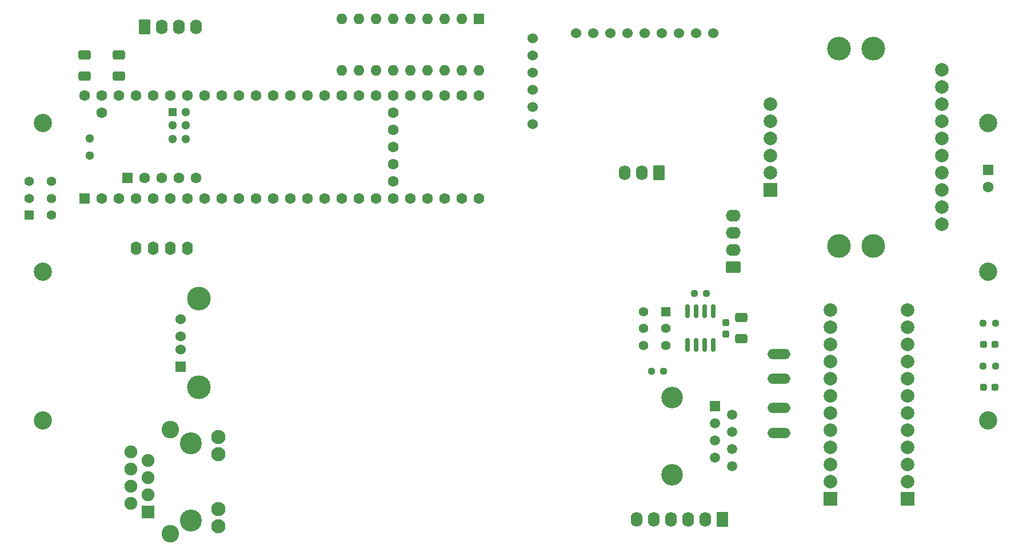
<source format=gts>
%TF.GenerationSoftware,KiCad,Pcbnew,7.0.7*%
%TF.CreationDate,2023-10-09T15:43:46-04:00*%
%TF.ProjectId,dmxaudio,646d7861-7564-4696-9f2e-6b696361645f,rev?*%
%TF.SameCoordinates,Original*%
%TF.FileFunction,Soldermask,Top*%
%TF.FilePolarity,Negative*%
%FSLAX46Y46*%
G04 Gerber Fmt 4.6, Leading zero omitted, Abs format (unit mm)*
G04 Created by KiCad (PCBNEW 7.0.7) date 2023-10-09 15:43:46*
%MOMM*%
%LPD*%
G01*
G04 APERTURE LIST*
G04 Aperture macros list*
%AMRoundRect*
0 Rectangle with rounded corners*
0 $1 Rounding radius*
0 $2 $3 $4 $5 $6 $7 $8 $9 X,Y pos of 4 corners*
0 Add a 4 corners polygon primitive as box body*
4,1,4,$2,$3,$4,$5,$6,$7,$8,$9,$2,$3,0*
0 Add four circle primitives for the rounded corners*
1,1,$1+$1,$2,$3*
1,1,$1+$1,$4,$5*
1,1,$1+$1,$6,$7*
1,1,$1+$1,$8,$9*
0 Add four rect primitives between the rounded corners*
20,1,$1+$1,$2,$3,$4,$5,0*
20,1,$1+$1,$4,$5,$6,$7,0*
20,1,$1+$1,$6,$7,$8,$9,0*
20,1,$1+$1,$8,$9,$2,$3,0*%
G04 Aperture macros list end*
%ADD10RoundRect,0.250000X0.620000X0.845000X-0.620000X0.845000X-0.620000X-0.845000X0.620000X-0.845000X0*%
%ADD11O,1.740000X2.190000*%
%ADD12C,2.700000*%
%ADD13RoundRect,0.150000X-0.150000X0.825000X-0.150000X-0.825000X0.150000X-0.825000X0.150000X0.825000X0*%
%ADD14R,1.600000X1.600000*%
%ADD15C,1.600000*%
%ADD16R,1.300000X1.300000*%
%ADD17C,1.300000*%
%ADD18O,3.400000X1.500000*%
%ADD19RoundRect,0.250000X0.650000X-0.412500X0.650000X0.412500X-0.650000X0.412500X-0.650000X-0.412500X0*%
%ADD20C,3.250000*%
%ADD21R,1.900000X1.900000*%
%ADD22C,1.900000*%
%ADD23C,2.100000*%
%ADD24C,2.600000*%
%ADD25R,1.400000X1.400000*%
%ADD26C,1.400000*%
%ADD27RoundRect,0.237500X-0.287500X-0.237500X0.287500X-0.237500X0.287500X0.237500X-0.287500X0.237500X0*%
%ADD28RoundRect,0.237500X-0.250000X-0.237500X0.250000X-0.237500X0.250000X0.237500X-0.250000X0.237500X0*%
%ADD29C,3.200000*%
%ADD30R,1.500000X1.500000*%
%ADD31C,1.500000*%
%ADD32R,2.000000X2.000000*%
%ADD33C,2.000000*%
%ADD34RoundRect,0.237500X0.250000X0.237500X-0.250000X0.237500X-0.250000X-0.237500X0.250000X-0.237500X0*%
%ADD35O,1.600000X1.600000*%
%ADD36C,1.524000*%
%ADD37RoundRect,0.250000X-0.620000X-0.845000X0.620000X-0.845000X0.620000X0.845000X-0.620000X0.845000X0*%
%ADD38R,1.524000X1.524000*%
%ADD39C,3.500000*%
%ADD40RoundRect,0.250000X0.845000X-0.620000X0.845000X0.620000X-0.845000X0.620000X-0.845000X-0.620000X0*%
%ADD41O,2.190000X1.740000*%
%ADD42RoundRect,0.237500X0.237500X-0.300000X0.237500X0.300000X-0.237500X0.300000X-0.237500X-0.300000X0*%
%ADD43O,1.600000X2.000000*%
G04 APERTURE END LIST*
D10*
%TO.C,J7*%
X170688000Y-137668000D03*
D11*
X168148000Y-137668000D03*
X165608000Y-137668000D03*
X163068000Y-137668000D03*
X160528000Y-137668000D03*
X157988000Y-137668000D03*
%TD*%
D12*
%TO.C,REF\u002A\u002A*%
X70000000Y-123000000D03*
%TD*%
D13*
%TO.C,U1*%
X169290000Y-106889000D03*
X168020000Y-106889000D03*
X166750000Y-106889000D03*
X165480000Y-106889000D03*
X165480000Y-111839000D03*
X166750000Y-111839000D03*
X168020000Y-111839000D03*
X169290000Y-111839000D03*
%TD*%
D14*
%TO.C,U2*%
X76200000Y-90170000D03*
D15*
X78740000Y-90170000D03*
X81280000Y-90170000D03*
X83820000Y-90170000D03*
X86360000Y-90170000D03*
X88900000Y-90170000D03*
X91440000Y-90170000D03*
X93980000Y-90170000D03*
X96520000Y-90170000D03*
X99060000Y-90170000D03*
X101600000Y-90170000D03*
X104140000Y-90170000D03*
X106680000Y-90170000D03*
X109220000Y-90170000D03*
X111760000Y-90170000D03*
X114300000Y-90170000D03*
X116840000Y-90170000D03*
X119380000Y-90170000D03*
X121920000Y-90170000D03*
X124460000Y-90170000D03*
X127000000Y-90170000D03*
X129540000Y-90170000D03*
X132080000Y-90170000D03*
X134620000Y-90170000D03*
X134620000Y-74930000D03*
X132080000Y-74930000D03*
X129540000Y-74930000D03*
X127000000Y-74930000D03*
X124460000Y-74930000D03*
X121920000Y-74930000D03*
X119380000Y-74930000D03*
X116840000Y-74930000D03*
X114300000Y-74930000D03*
X111760000Y-74930000D03*
X109220000Y-74930000D03*
X106680000Y-74930000D03*
X104140000Y-74930000D03*
X101600000Y-74930000D03*
X99060000Y-74930000D03*
X96520000Y-74930000D03*
X93980000Y-74930000D03*
X91440000Y-74930000D03*
X88900000Y-74930000D03*
X86360000Y-74930000D03*
X83820000Y-74930000D03*
X81280000Y-74930000D03*
X78740000Y-74930000D03*
X76200000Y-74930000D03*
X78740000Y-77470000D03*
X121920000Y-87630000D03*
X121920000Y-85090000D03*
X121920000Y-82550000D03*
X121920000Y-80010000D03*
X121920000Y-77470000D03*
D14*
X82499200Y-87119200D03*
D15*
X85039200Y-87119200D03*
X87579200Y-87119200D03*
X90119200Y-87119200D03*
X92659200Y-87119200D03*
D16*
X89170000Y-77368400D03*
D17*
X89170000Y-79368400D03*
X89170000Y-81368400D03*
X91170000Y-81368400D03*
X91170000Y-79368400D03*
X91170000Y-77368400D03*
X76930000Y-81280000D03*
X76930000Y-83820000D03*
%TD*%
D18*
%TO.C,F1*%
X179070000Y-124858000D03*
X179070000Y-121158000D03*
X179070000Y-116858000D03*
X179070000Y-113158000D03*
%TD*%
D19*
%TO.C,C16*%
X81280000Y-72047500D03*
X81280000Y-68922500D03*
%TD*%
D20*
%TO.C,J3*%
X91952000Y-137795000D03*
X91952000Y-126365000D03*
D21*
X85602000Y-136525000D03*
D22*
X83062000Y-135255000D03*
X85602000Y-133985000D03*
X83062000Y-132715000D03*
X85602000Y-131445000D03*
X83062000Y-130175000D03*
X85602000Y-128905000D03*
X83062000Y-127635000D03*
D23*
X96012000Y-138705000D03*
X96012000Y-136165000D03*
X96012000Y-127995000D03*
X96012000Y-125455000D03*
D24*
X88902000Y-139825000D03*
X88902000Y-124335000D03*
%TD*%
D25*
%TO.C,SW3*%
X67945000Y-92630000D03*
D26*
X67945000Y-90130000D03*
X67945000Y-87630000D03*
X71245000Y-92630000D03*
X71245000Y-90130000D03*
X71245000Y-87630000D03*
%TD*%
D19*
%TO.C,C17*%
X173482000Y-110874000D03*
X173482000Y-107749000D03*
%TD*%
D27*
%TO.C,D2*%
X209310000Y-111760000D03*
X211060000Y-111760000D03*
%TD*%
D14*
%TO.C,C11*%
X210058000Y-85969349D03*
D15*
X210058000Y-88469349D03*
%TD*%
D12*
%TO.C,REF\u002A\u002A*%
X210000000Y-79000000D03*
%TD*%
D28*
%TO.C,R6*%
X209272500Y-114935000D03*
X211097500Y-114935000D03*
%TD*%
D29*
%TO.C,J2*%
X163215000Y-119634000D03*
X163215000Y-131064000D03*
D30*
X169565000Y-120904000D03*
D31*
X172105000Y-122174000D03*
X169565000Y-123444000D03*
X172105000Y-124714000D03*
X169565000Y-125984000D03*
X172105000Y-127254000D03*
X169565000Y-128524000D03*
X172105000Y-129794000D03*
%TD*%
D32*
%TO.C,U4*%
X186690000Y-134620000D03*
D33*
X186690000Y-132080000D03*
X186690000Y-129540000D03*
X186690000Y-127000000D03*
X186690000Y-124460000D03*
X186690000Y-121920000D03*
X186690000Y-119380000D03*
X186690000Y-116840000D03*
X186690000Y-114300000D03*
X186690000Y-111760000D03*
X186690000Y-109220000D03*
X186690000Y-106680000D03*
%TD*%
D12*
%TO.C,REF\u002A\u002A*%
X210000000Y-101000000D03*
%TD*%
D34*
%TO.C,R10*%
X168298500Y-104231500D03*
X166473500Y-104231500D03*
%TD*%
D14*
%TO.C,SW2*%
X134610000Y-63542500D03*
D35*
X132070000Y-63542500D03*
X129530000Y-63542500D03*
X126990000Y-63542500D03*
X124450000Y-63542500D03*
X121910000Y-63542500D03*
X119370000Y-63542500D03*
X116830000Y-63542500D03*
X114290000Y-63542500D03*
X114290000Y-71162500D03*
X116830000Y-71162500D03*
X119370000Y-71162500D03*
X121910000Y-71162500D03*
X124450000Y-71162500D03*
X126990000Y-71162500D03*
X129530000Y-71162500D03*
X132070000Y-71162500D03*
X134610000Y-71162500D03*
%TD*%
D12*
%TO.C,REF\u002A\u002A*%
X70000000Y-101000000D03*
%TD*%
D28*
%TO.C,R7*%
X209272500Y-108585000D03*
X211097500Y-108585000D03*
%TD*%
D36*
%TO.C,U3*%
X142544569Y-66474050D03*
X142544569Y-69014050D03*
X142544569Y-71554050D03*
X142544569Y-74094050D03*
X142544569Y-76634050D03*
X142544569Y-79174050D03*
X148984569Y-65694050D03*
X151524569Y-65694050D03*
X154064569Y-65694050D03*
X156604569Y-65694050D03*
X159144569Y-65694050D03*
X161684569Y-65694050D03*
X164224569Y-65694050D03*
X166764569Y-65694050D03*
X169304569Y-65694050D03*
%TD*%
D37*
%TO.C,J6*%
X85090000Y-64770000D03*
D11*
X87630000Y-64770000D03*
X90170000Y-64770000D03*
X92710000Y-64770000D03*
%TD*%
D38*
%TO.C,J1*%
X90424000Y-115062000D03*
D36*
X90424000Y-112562000D03*
X90424000Y-110562000D03*
X90424000Y-108062000D03*
D39*
X93134000Y-118132000D03*
X93134000Y-104992000D03*
%TD*%
D40*
%TO.C,J4*%
X172232000Y-100330000D03*
D41*
X172232000Y-97790000D03*
X172232000Y-95250000D03*
X172232000Y-92710000D03*
%TD*%
D10*
%TO.C,J5*%
X161290000Y-86360000D03*
D11*
X158750000Y-86360000D03*
X156210000Y-86360000D03*
%TD*%
D42*
%TO.C,C1*%
X171195000Y-110226500D03*
X171195000Y-108501500D03*
%TD*%
D12*
%TO.C,REF\u002A\u002A*%
X70000000Y-79000000D03*
%TD*%
D32*
%TO.C,U6*%
X177800000Y-88900000D03*
D33*
X177800000Y-86360000D03*
X177800000Y-83820000D03*
X177800000Y-81280000D03*
X177800000Y-78740000D03*
X177800000Y-76200000D03*
X203200000Y-71120000D03*
X203200000Y-73660000D03*
X203200000Y-76200000D03*
X203200000Y-78740000D03*
X203200000Y-81280000D03*
X203200000Y-83820000D03*
X203200000Y-86360000D03*
X203200000Y-88900000D03*
X203200000Y-91440000D03*
X203200000Y-93980000D03*
D39*
X187960000Y-97155000D03*
X193040000Y-97155000D03*
X187960000Y-67945000D03*
X193040000Y-67945000D03*
%TD*%
D27*
%TO.C,D1*%
X209310000Y-118110000D03*
X211060000Y-118110000D03*
%TD*%
D43*
%TO.C,Brd1*%
X83820000Y-97536000D03*
X86360000Y-97536000D03*
X88900000Y-97536000D03*
X91440000Y-97536000D03*
%TD*%
D19*
%TO.C,C18*%
X76200000Y-72047500D03*
X76200000Y-68922500D03*
%TD*%
D32*
%TO.C,U5*%
X198120000Y-134620000D03*
D33*
X198120000Y-132080000D03*
X198120000Y-129540000D03*
X198120000Y-127000000D03*
X198120000Y-124460000D03*
X198120000Y-121920000D03*
X198120000Y-119380000D03*
X198120000Y-116840000D03*
X198120000Y-114300000D03*
X198120000Y-111760000D03*
X198120000Y-109220000D03*
X198120000Y-106680000D03*
%TD*%
D12*
%TO.C,REF\u002A\u002A*%
X210000000Y-123000000D03*
%TD*%
D25*
%TO.C,SW1*%
X162305000Y-106904000D03*
D26*
X162305000Y-109404000D03*
X162305000Y-111904000D03*
X159005000Y-106904000D03*
X159005000Y-109404000D03*
X159005000Y-111904000D03*
%TD*%
D34*
%TO.C,R1*%
X161947500Y-115714000D03*
X160122500Y-115714000D03*
%TD*%
M02*

</source>
